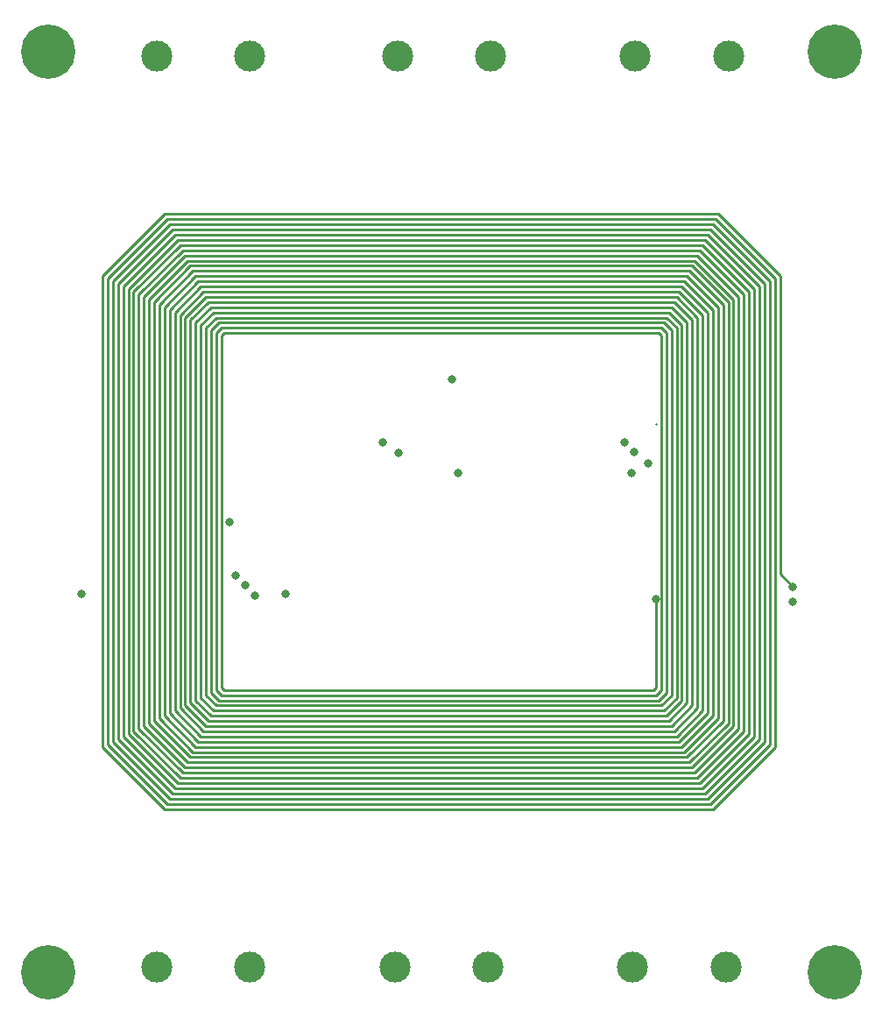
<source format=gbr>
%TF.GenerationSoftware,KiCad,Pcbnew,(5.1.10)-1*%
%TF.CreationDate,2022-06-07T20:11:27-07:00*%
%TF.ProjectId,solar-panel-NoCutout,736f6c61-722d-4706-916e-656c2d4e6f43,1.0*%
%TF.SameCoordinates,Original*%
%TF.FileFunction,Copper,L3,Inr*%
%TF.FilePolarity,Positive*%
%FSLAX46Y46*%
G04 Gerber Fmt 4.6, Leading zero omitted, Abs format (unit mm)*
G04 Created by KiCad (PCBNEW (5.1.10)-1) date 2022-06-07 20:11:27*
%MOMM*%
%LPD*%
G01*
G04 APERTURE LIST*
%TA.AperFunction,ComponentPad*%
%ADD10C,5.250000*%
%TD*%
%TA.AperFunction,ComponentPad*%
%ADD11C,3.000000*%
%TD*%
%TA.AperFunction,ViaPad*%
%ADD12C,0.800000*%
%TD*%
%TA.AperFunction,Conductor*%
%ADD13C,0.250000*%
%TD*%
G04 APERTURE END LIST*
D10*
%TO.N,Net-(J2-Pad1)*%
%TO.C,J2*%
X106500000Y-70300000D03*
%TD*%
%TO.N,Net-(J5-Pad1)*%
%TO.C,J5*%
X182500000Y-159300000D03*
%TD*%
%TO.N,Net-(J4-Pad1)*%
%TO.C,J4*%
X182500000Y-70300000D03*
%TD*%
%TO.N,Net-(J3-Pad1)*%
%TO.C,J3*%
X106500000Y-159300000D03*
%TD*%
D11*
%TO.N,GND*%
%TO.C,SC6*%
X172250000Y-70750000D03*
%TO.N,Net-(SC5-Pad2)*%
X163250000Y-70750000D03*
%TD*%
%TO.N,Net-(SC5-Pad2)*%
%TO.C,SC5*%
X163000000Y-158750000D03*
%TO.N,Net-(D3-Pad2)*%
X172000000Y-158750000D03*
%TD*%
%TO.N,GND*%
%TO.C,SC4*%
X149250000Y-70750000D03*
%TO.N,Net-(SC3-Pad2)*%
X140250000Y-70750000D03*
%TD*%
%TO.N,Net-(SC3-Pad2)*%
%TO.C,SC3*%
X140000000Y-158750000D03*
%TO.N,Net-(D2-Pad2)*%
X149000000Y-158750000D03*
%TD*%
%TO.N,GND*%
%TO.C,SC2*%
X126000000Y-70750000D03*
%TO.N,Net-(SC1-Pad2)*%
X117000000Y-70750000D03*
%TD*%
%TO.N,Net-(SC1-Pad2)*%
%TO.C,SC1*%
X117000000Y-158750000D03*
%TO.N,Net-(D1-Pad2)*%
X126000000Y-158750000D03*
%TD*%
D12*
%TO.N,GND*%
X124000000Y-115750000D03*
X145500000Y-102000000D03*
X164465000Y-110109000D03*
X109750000Y-122750000D03*
%TO.N,+3V3*%
X162877500Y-110998000D03*
X146113500Y-110998000D03*
X126499999Y-122864501D03*
%TO.N,VSOLAR*%
X129476500Y-122682000D03*
%TO.N,SDA*%
X162177001Y-108075001D03*
X138876499Y-108075001D03*
X124587000Y-120967500D03*
%TO.N,SCL*%
X163131500Y-109029500D03*
X140335000Y-109045000D03*
X125564504Y-121894996D03*
%TO.N,Net-(U2-Pad6)*%
X165250000Y-123250000D03*
X178500000Y-122000000D03*
X178500000Y-123500000D03*
%TD*%
D13*
%TO.N,*%
X165250000Y-106250000D02*
X165250000Y-106250000D01*
%TO.N,Net-(U2-Pad6)*%
X165750000Y-97750000D02*
X165500000Y-97500000D01*
X121750000Y-132500000D02*
X122750000Y-133500000D01*
X166500000Y-95500000D02*
X122500000Y-95500000D01*
X165500000Y-97500000D02*
X123500000Y-97500000D01*
X167750000Y-96750000D02*
X166500000Y-95500000D01*
X121750000Y-97000000D02*
X121750000Y-132500000D01*
X122250000Y-132250000D02*
X123000000Y-133000000D01*
X165250000Y-131750000D02*
X165000000Y-132000000D01*
X121250000Y-96750000D02*
X121250000Y-132750000D01*
X123000000Y-133000000D02*
X165500000Y-133000000D01*
X123500000Y-132000000D02*
X123250000Y-131750000D01*
X166750000Y-97250000D02*
X166000000Y-96500000D01*
X167750000Y-133000000D02*
X167750000Y-96750000D01*
X119250000Y-140500000D02*
X169250000Y-140500000D01*
X123500000Y-132000000D02*
X165000000Y-132000000D01*
X166250000Y-132250000D02*
X166250000Y-97500000D01*
X122250000Y-97250000D02*
X122250000Y-132250000D01*
X165750000Y-97000000D02*
X123250000Y-97000000D01*
X123250000Y-97750000D02*
X123250000Y-131750000D01*
X165750000Y-132000000D02*
X165750000Y-97750000D01*
X165250000Y-132500000D02*
X165750000Y-132000000D01*
X165750000Y-133500000D02*
X166750000Y-132500000D01*
X166000000Y-96500000D02*
X123000000Y-96500000D01*
X122750000Y-96000000D02*
X121750000Y-97000000D01*
X123250000Y-132500000D02*
X165250000Y-132500000D01*
X122750000Y-97500000D02*
X122750000Y-132000000D01*
X122750000Y-132000000D02*
X123250000Y-132500000D01*
X123250000Y-97000000D02*
X122750000Y-97500000D01*
X168750000Y-96250000D02*
X167000000Y-94500000D01*
X166750000Y-132500000D02*
X166750000Y-97250000D01*
X166250000Y-97500000D02*
X165750000Y-97000000D01*
X123500000Y-97500000D02*
X123250000Y-97750000D01*
X165500000Y-133000000D02*
X166250000Y-132250000D01*
X122750000Y-133500000D02*
X165750000Y-133500000D01*
X122250000Y-134500000D02*
X166250000Y-134500000D01*
X123000000Y-96500000D02*
X122250000Y-97250000D01*
X121250000Y-132750000D02*
X122500000Y-134000000D01*
X168250000Y-96500000D02*
X166750000Y-95000000D01*
X167250000Y-97000000D02*
X166250000Y-96000000D01*
X167000000Y-136000000D02*
X169250000Y-133750000D01*
X113750000Y-93000000D02*
X113750000Y-136500000D01*
X167750000Y-137500000D02*
X170750000Y-134500000D01*
X169250000Y-96000000D02*
X167250000Y-94000000D01*
X118000000Y-86500000D02*
X112250000Y-92250000D01*
X174750000Y-93250000D02*
X170000000Y-88500000D01*
X173750000Y-93750000D02*
X169500000Y-89500000D01*
X170000000Y-142000000D02*
X175250000Y-136750000D01*
X113750000Y-136500000D02*
X118750000Y-141500000D01*
X170250000Y-88000000D02*
X118750000Y-88000000D01*
X120250000Y-96250000D02*
X120250000Y-133250000D01*
X114750000Y-136000000D02*
X119250000Y-140500000D01*
X120750000Y-133000000D02*
X122250000Y-134500000D01*
X167250000Y-132750000D02*
X167250000Y-97000000D01*
X122000000Y-135000000D02*
X166500000Y-135000000D01*
X121750000Y-135500000D02*
X166750000Y-135500000D01*
X118250000Y-87000000D02*
X112750000Y-92500000D01*
X169500000Y-141000000D02*
X174250000Y-136250000D01*
X166750000Y-95000000D02*
X122250000Y-95000000D01*
X119000000Y-141000000D02*
X169500000Y-141000000D01*
X175250000Y-93000000D02*
X170250000Y-88000000D01*
X166250000Y-134500000D02*
X167750000Y-133000000D01*
X112750000Y-92500000D02*
X112750000Y-137000000D01*
X167750000Y-93000000D02*
X121250000Y-93000000D01*
X169750000Y-134000000D02*
X169750000Y-95750000D01*
X168750000Y-133500000D02*
X168750000Y-96250000D01*
X170000000Y-88500000D02*
X119000000Y-88500000D01*
X118500000Y-142000000D02*
X170000000Y-142000000D01*
X118750000Y-88000000D02*
X113750000Y-93000000D01*
X119250000Y-89000000D02*
X114750000Y-93500000D01*
X170750000Y-134500000D02*
X170750000Y-95250000D01*
X114250000Y-93250000D02*
X114250000Y-136250000D01*
X122250000Y-95000000D02*
X120750000Y-96500000D01*
X120250000Y-133250000D02*
X122000000Y-135000000D01*
X112250000Y-137250000D02*
X118000000Y-143000000D01*
X174250000Y-136250000D02*
X174250000Y-93500000D01*
X169750000Y-89000000D02*
X119250000Y-89000000D01*
X122500000Y-95500000D02*
X121250000Y-96750000D01*
X118750000Y-141500000D02*
X169750000Y-141500000D01*
X166000000Y-134000000D02*
X167250000Y-132750000D01*
X167250000Y-94000000D02*
X121750000Y-94000000D01*
X174250000Y-93500000D02*
X169750000Y-89000000D01*
X121750000Y-94000000D02*
X119750000Y-96000000D01*
X122000000Y-94500000D02*
X120250000Y-96250000D01*
X122500000Y-134000000D02*
X166000000Y-134000000D01*
X170750000Y-95250000D02*
X168000000Y-92500000D01*
X169250000Y-133750000D02*
X169250000Y-96000000D01*
X166750000Y-135500000D02*
X168750000Y-133500000D01*
X175250000Y-136750000D02*
X175250000Y-93000000D01*
X166250000Y-96000000D02*
X122750000Y-96000000D01*
X114750000Y-93500000D02*
X114750000Y-136000000D01*
X167000000Y-94500000D02*
X122000000Y-94500000D01*
X166500000Y-135000000D02*
X168250000Y-133250000D01*
X119750000Y-96000000D02*
X119750000Y-133500000D01*
X120750000Y-96500000D02*
X120750000Y-133000000D01*
X171250000Y-86000000D02*
X117750000Y-86000000D01*
X168250000Y-133250000D02*
X168250000Y-96500000D01*
X169250000Y-140500000D02*
X173750000Y-136000000D01*
X119750000Y-133500000D02*
X121750000Y-135500000D01*
X167500000Y-137000000D02*
X170250000Y-134250000D01*
X112750000Y-137000000D02*
X118250000Y-142500000D01*
X112250000Y-92250000D02*
X112250000Y-137250000D01*
X173250000Y-135750000D02*
X173250000Y-94000000D01*
X174750000Y-136500000D02*
X174750000Y-93250000D01*
X119500000Y-140000000D02*
X169000000Y-140000000D01*
X121250000Y-93000000D02*
X118750000Y-95500000D01*
X170750000Y-143500000D02*
X176750000Y-137500000D01*
X121250000Y-136500000D02*
X167250000Y-136500000D01*
X119000000Y-88500000D02*
X114250000Y-93250000D01*
X169000000Y-140000000D02*
X173250000Y-135750000D01*
X173250000Y-94000000D02*
X169250000Y-90000000D01*
X121500000Y-93500000D02*
X119250000Y-95750000D01*
X114250000Y-136250000D02*
X119000000Y-141000000D01*
X121000000Y-137000000D02*
X167500000Y-137000000D01*
X167250000Y-136500000D02*
X169750000Y-134000000D01*
X169500000Y-89500000D02*
X119500000Y-89500000D01*
X176250000Y-137250000D02*
X176250000Y-92500000D01*
X176750000Y-137500000D02*
X176750000Y-92250000D01*
X170250000Y-95500000D02*
X167750000Y-93000000D01*
X118500000Y-87500000D02*
X113250000Y-92750000D01*
X111750000Y-92000000D02*
X111750000Y-137500000D01*
X175750000Y-92750000D02*
X170500000Y-87500000D01*
X115250000Y-93750000D02*
X115250000Y-135750000D01*
X117750000Y-86000000D02*
X111750000Y-92000000D01*
X173750000Y-136000000D02*
X173750000Y-93750000D01*
X169750000Y-141500000D02*
X174750000Y-136500000D01*
X118000000Y-143000000D02*
X170500000Y-143000000D01*
X111750000Y-137500000D02*
X117750000Y-143500000D01*
X170250000Y-142500000D02*
X175750000Y-137000000D01*
X113250000Y-136750000D02*
X118500000Y-142000000D01*
X115250000Y-135750000D02*
X119500000Y-140000000D01*
X171000000Y-86500000D02*
X118000000Y-86500000D01*
X170500000Y-87500000D02*
X118500000Y-87500000D01*
X175750000Y-137000000D02*
X175750000Y-92750000D01*
X119500000Y-89500000D02*
X115250000Y-93750000D01*
X117250000Y-94750000D02*
X117250000Y-134750000D01*
X171250000Y-134750000D02*
X171250000Y-95000000D01*
X113250000Y-92750000D02*
X113250000Y-136750000D01*
X118250000Y-134250000D02*
X121000000Y-137000000D01*
X116250000Y-94250000D02*
X116250000Y-135250000D01*
X168250000Y-138500000D02*
X171750000Y-135000000D01*
X169750000Y-95750000D02*
X167500000Y-93500000D01*
X119750000Y-139500000D02*
X168750000Y-139500000D01*
X172250000Y-94500000D02*
X168750000Y-91000000D01*
X177250000Y-92000000D02*
X171250000Y-86000000D01*
X117250000Y-134750000D02*
X120500000Y-138000000D01*
X172250000Y-135250000D02*
X172250000Y-94500000D01*
X171750000Y-94750000D02*
X168500000Y-91500000D01*
X120250000Y-91000000D02*
X116750000Y-94500000D01*
X120000000Y-139000000D02*
X168500000Y-139000000D01*
X170750000Y-87000000D02*
X118250000Y-87000000D01*
X168500000Y-139000000D02*
X172250000Y-135250000D01*
X121500000Y-136000000D02*
X167000000Y-136000000D01*
X168750000Y-91000000D02*
X120250000Y-91000000D01*
X168000000Y-138000000D02*
X171250000Y-134750000D01*
X176250000Y-92500000D02*
X170750000Y-87000000D01*
X167500000Y-93500000D02*
X121500000Y-93500000D01*
X118750000Y-134000000D02*
X121250000Y-136500000D01*
X120750000Y-92000000D02*
X117750000Y-95000000D01*
X115750000Y-135500000D02*
X119750000Y-139500000D01*
X120000000Y-90500000D02*
X116250000Y-94250000D01*
X172750000Y-135500000D02*
X172750000Y-94250000D01*
X121000000Y-92500000D02*
X118250000Y-95250000D01*
X169000000Y-90500000D02*
X120000000Y-90500000D01*
X120750000Y-137500000D02*
X167750000Y-137500000D01*
X119750000Y-90000000D02*
X115750000Y-94000000D01*
X172750000Y-94250000D02*
X169000000Y-90500000D01*
X120500000Y-91500000D02*
X117250000Y-94750000D01*
X120500000Y-138000000D02*
X168000000Y-138000000D01*
X115750000Y-94000000D02*
X115750000Y-135500000D01*
X116250000Y-135250000D02*
X120000000Y-139000000D01*
X176750000Y-92250000D02*
X171000000Y-86500000D01*
X119250000Y-133750000D02*
X121500000Y-136000000D01*
X171750000Y-135000000D02*
X171750000Y-94750000D01*
X118250000Y-142500000D02*
X170250000Y-142500000D01*
X119250000Y-95750000D02*
X119250000Y-133750000D01*
X168750000Y-139500000D02*
X172750000Y-135500000D01*
X168250000Y-92000000D02*
X120750000Y-92000000D01*
X117750000Y-95000000D02*
X117750000Y-134500000D01*
X168000000Y-92500000D02*
X121000000Y-92500000D01*
X118750000Y-95500000D02*
X118750000Y-134000000D01*
X118250000Y-95250000D02*
X118250000Y-134250000D01*
X169250000Y-90000000D02*
X119750000Y-90000000D01*
X171250000Y-95000000D02*
X168250000Y-92000000D01*
X117750000Y-134500000D02*
X120750000Y-137500000D01*
X116750000Y-94500000D02*
X116750000Y-135000000D01*
X168500000Y-91500000D02*
X120500000Y-91500000D01*
X117750000Y-143500000D02*
X170750000Y-143500000D01*
X116750000Y-135000000D02*
X120250000Y-138500000D01*
X170250000Y-134250000D02*
X170250000Y-95500000D01*
X120250000Y-138500000D02*
X168250000Y-138500000D01*
X170500000Y-143000000D02*
X176250000Y-137250000D01*
X165250000Y-131750000D02*
X165250000Y-123250000D01*
X177250000Y-113250000D02*
X177250000Y-113000000D01*
X177250000Y-113000000D02*
X177250000Y-92000000D01*
X177250000Y-113000000D02*
X177250000Y-119500000D01*
X177250000Y-119500000D02*
X177250000Y-120750000D01*
X177250000Y-120750000D02*
X178500000Y-122000000D01*
X178500000Y-122000000D02*
X178500000Y-122000000D01*
%TD*%
M02*

</source>
